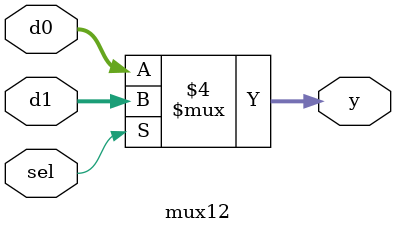
<source format=v>
module mux12(d0,d1,sel,y);
 input [4:0]d0;
 input [4:0]d1;
 input sel;
 output reg [4:0]y;
 always@(*) begin
  if(!sel) begin
   y=d0;
  end
  else begin
   y=d1;
  end
 end
endmodule
</source>
